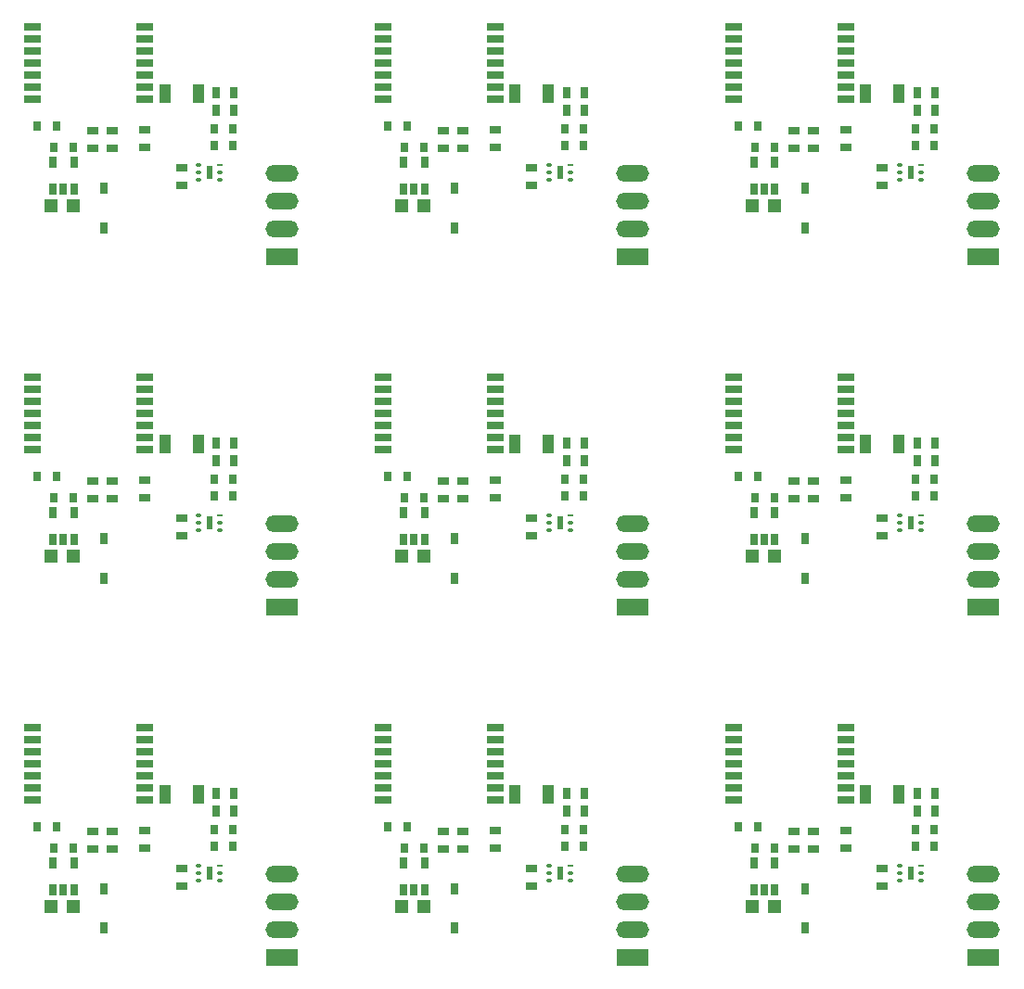
<source format=gbp>
G04*
G04 #@! TF.GenerationSoftware,Altium Limited,Altium Designer,23.2.1 (34)*
G04*
G04 Layer_Color=128*
%FSAX44Y44*%
%MOMM*%
G71*
G04*
G04 #@! TF.SameCoordinates,AAD7112A-FC18-4F3B-BB33-003CACF6D59D*
G04*
G04*
G04 #@! TF.FilePolarity,Positive*
G04*
G01*
G75*
%ADD21R,1.1430X1.2700*%
%ADD22R,0.8000X1.0000*%
%ADD23R,0.8000X0.9650*%
%ADD24R,0.8000X1.1000*%
%ADD25R,1.1000X0.8000*%
%ADD26R,1.5000X0.7000*%
%ADD27R,3.0000X1.5000*%
%ADD28O,3.0000X1.5000*%
%ADD29R,0.6500X1.1000*%
%ADD30R,1.0160X1.7780*%
%ADD32R,0.5561X0.2925*%
G04:AMPARAMS|DCode=33|XSize=0.5561mm|YSize=0.2925mm|CornerRadius=0.1462mm|HoleSize=0mm|Usage=FLASHONLY|Rotation=180.000|XOffset=0mm|YOffset=0mm|HoleType=Round|Shape=RoundedRectangle|*
%AMROUNDEDRECTD33*
21,1,0.5561,0.0000,0,0,180.0*
21,1,0.2636,0.2925,0,0,180.0*
1,1,0.2925,-0.1318,0.0000*
1,1,0.2925,0.1318,0.0000*
1,1,0.2925,0.1318,0.0000*
1,1,0.2925,-0.1318,0.0000*
%
%ADD33ROUNDEDRECTD33*%
%ADD55R,0.6154X1.2154*%
D21*
X00062185Y00096931D02*
D03*
X00082185D02*
D03*
X00382186D02*
D03*
X00402186D02*
D03*
X00702186D02*
D03*
X00722186D02*
D03*
X00062185Y00416931D02*
D03*
X00082185D02*
D03*
X00382186D02*
D03*
X00402186D02*
D03*
X00702186D02*
D03*
X00722186D02*
D03*
X00062185Y00736931D02*
D03*
X00082185D02*
D03*
X00382186D02*
D03*
X00402186D02*
D03*
X00702186D02*
D03*
X00722186D02*
D03*
D22*
X00110510Y00076775D02*
D03*
Y00112775D02*
D03*
X00430510Y00076775D02*
D03*
Y00112775D02*
D03*
X00750511Y00076775D02*
D03*
Y00112775D02*
D03*
X00110510Y00396776D02*
D03*
Y00432776D02*
D03*
X00430510Y00396776D02*
D03*
Y00432776D02*
D03*
X00750511Y00396776D02*
D03*
Y00432776D02*
D03*
X00110510Y00716776D02*
D03*
Y00752776D02*
D03*
X00430510Y00716776D02*
D03*
Y00752776D02*
D03*
X00750511Y00716776D02*
D03*
Y00752776D02*
D03*
D23*
X00210996Y00151387D02*
D03*
X00228496D02*
D03*
X00064705Y00150271D02*
D03*
X00082205Y00150271D02*
D03*
X00049690Y00169705D02*
D03*
X00067190D02*
D03*
X00228480Y00167166D02*
D03*
X00210980D02*
D03*
X00530997Y00151387D02*
D03*
X00548497D02*
D03*
X00384706Y00150271D02*
D03*
X00402206Y00150271D02*
D03*
X00369691Y00169705D02*
D03*
X00387191D02*
D03*
X00548480Y00167166D02*
D03*
X00530980D02*
D03*
X00850997Y00151387D02*
D03*
X00868497D02*
D03*
X00704706Y00150271D02*
D03*
X00722206Y00150271D02*
D03*
X00689691Y00169705D02*
D03*
X00707191D02*
D03*
X00868481Y00167166D02*
D03*
X00850981D02*
D03*
X00210996Y00471387D02*
D03*
X00228496D02*
D03*
X00064705Y00470271D02*
D03*
X00082205Y00470271D02*
D03*
X00049690Y00489706D02*
D03*
X00067190D02*
D03*
X00228480Y00487166D02*
D03*
X00210980D02*
D03*
X00530997Y00471387D02*
D03*
X00548497D02*
D03*
X00384706Y00470271D02*
D03*
X00402206Y00470271D02*
D03*
X00369691Y00489706D02*
D03*
X00387191D02*
D03*
X00548480Y00487166D02*
D03*
X00530980D02*
D03*
X00850997Y00471387D02*
D03*
X00868497D02*
D03*
X00704706Y00470271D02*
D03*
X00722206Y00470271D02*
D03*
X00689691Y00489706D02*
D03*
X00707191D02*
D03*
X00868481Y00487166D02*
D03*
X00850981D02*
D03*
X00210996Y00791387D02*
D03*
X00228496D02*
D03*
X00064705Y00790271D02*
D03*
X00082205Y00790271D02*
D03*
X00049690Y00809706D02*
D03*
X00067190D02*
D03*
X00228480Y00807166D02*
D03*
X00210980D02*
D03*
X00530997Y00791387D02*
D03*
X00548497D02*
D03*
X00384706Y00790271D02*
D03*
X00402206Y00790271D02*
D03*
X00369691Y00809706D02*
D03*
X00387191D02*
D03*
X00548480Y00807166D02*
D03*
X00530980D02*
D03*
X00850997Y00791387D02*
D03*
X00868497D02*
D03*
X00704706Y00790271D02*
D03*
X00722206Y00790271D02*
D03*
X00689691Y00809706D02*
D03*
X00707191D02*
D03*
X00868481Y00807166D02*
D03*
X00850981D02*
D03*
D24*
X00229000Y00183675D02*
D03*
X00213000D02*
D03*
X00229051Y00199785D02*
D03*
X00213051D02*
D03*
X00549001Y00183675D02*
D03*
X00533000D02*
D03*
X00549051Y00199785D02*
D03*
X00533051D02*
D03*
X00869001Y00183675D02*
D03*
X00853001D02*
D03*
X00869051Y00199785D02*
D03*
X00853051D02*
D03*
X00229000Y00503676D02*
D03*
X00213000D02*
D03*
X00229051Y00519785D02*
D03*
X00213051D02*
D03*
X00549001Y00503676D02*
D03*
X00533000D02*
D03*
X00549051Y00519785D02*
D03*
X00533051D02*
D03*
X00869001Y00503676D02*
D03*
X00853001D02*
D03*
X00869051Y00519785D02*
D03*
X00853051D02*
D03*
X00229000Y00823676D02*
D03*
X00213000D02*
D03*
X00229051Y00839785D02*
D03*
X00213051D02*
D03*
X00549001Y00823676D02*
D03*
X00533000D02*
D03*
X00549051Y00839785D02*
D03*
X00533051D02*
D03*
X00869001Y00823676D02*
D03*
X00853001D02*
D03*
X00869051Y00839785D02*
D03*
X00853051D02*
D03*
D25*
X00147340Y00166276D02*
D03*
Y00150275D02*
D03*
X00100350Y00149005D02*
D03*
Y00165005D02*
D03*
X00118130Y00149005D02*
D03*
Y00165005D02*
D03*
X00181110Y00115048D02*
D03*
Y00131048D02*
D03*
X00467341Y00166276D02*
D03*
Y00150275D02*
D03*
X00420350Y00149005D02*
D03*
Y00165005D02*
D03*
X00438130Y00149005D02*
D03*
Y00165005D02*
D03*
X00501110Y00115048D02*
D03*
Y00131048D02*
D03*
X00787341Y00166276D02*
D03*
Y00150275D02*
D03*
X00740351Y00149005D02*
D03*
Y00165005D02*
D03*
X00758131Y00149005D02*
D03*
Y00165005D02*
D03*
X00821111Y00115048D02*
D03*
Y00131048D02*
D03*
X00147340Y00486276D02*
D03*
Y00470276D02*
D03*
X00100350Y00469006D02*
D03*
Y00485006D02*
D03*
X00118130Y00469006D02*
D03*
Y00485006D02*
D03*
X00181110Y00435048D02*
D03*
Y00451048D02*
D03*
X00467341Y00486276D02*
D03*
Y00470276D02*
D03*
X00420350Y00469006D02*
D03*
Y00485006D02*
D03*
X00438130Y00469006D02*
D03*
Y00485006D02*
D03*
X00501110Y00435048D02*
D03*
Y00451048D02*
D03*
X00787341Y00486276D02*
D03*
Y00470276D02*
D03*
X00740351Y00469006D02*
D03*
Y00485006D02*
D03*
X00758131Y00469006D02*
D03*
Y00485006D02*
D03*
X00821111Y00435048D02*
D03*
Y00451048D02*
D03*
X00147340Y00806276D02*
D03*
Y00790276D02*
D03*
X00100350Y00789006D02*
D03*
Y00805006D02*
D03*
X00118130Y00789006D02*
D03*
Y00805006D02*
D03*
X00181110Y00755048D02*
D03*
Y00771048D02*
D03*
X00467341Y00806276D02*
D03*
Y00790276D02*
D03*
X00420350Y00789006D02*
D03*
Y00805006D02*
D03*
X00438130Y00789006D02*
D03*
Y00805006D02*
D03*
X00501110Y00755048D02*
D03*
Y00771048D02*
D03*
X00787341Y00806276D02*
D03*
Y00790276D02*
D03*
X00740351Y00789006D02*
D03*
Y00805006D02*
D03*
X00758131Y00789006D02*
D03*
Y00805006D02*
D03*
X00821111Y00755048D02*
D03*
Y00771048D02*
D03*
D26*
X00147340Y00259876D02*
D03*
Y00248876D02*
D03*
Y00237875D02*
D03*
Y00226875D02*
D03*
Y00215875D02*
D03*
Y00204876D02*
D03*
Y00193876D02*
D03*
X00045340D02*
D03*
Y00204876D02*
D03*
Y00215875D02*
D03*
Y00226875D02*
D03*
Y00237875D02*
D03*
Y00248876D02*
D03*
Y00259876D02*
D03*
X00467341D02*
D03*
Y00248876D02*
D03*
Y00237875D02*
D03*
Y00226875D02*
D03*
Y00215875D02*
D03*
Y00204876D02*
D03*
Y00193876D02*
D03*
X00365340D02*
D03*
Y00204876D02*
D03*
Y00215875D02*
D03*
Y00226875D02*
D03*
Y00237875D02*
D03*
Y00248876D02*
D03*
Y00259876D02*
D03*
X00787341D02*
D03*
Y00248876D02*
D03*
Y00237875D02*
D03*
Y00226875D02*
D03*
Y00215875D02*
D03*
Y00204876D02*
D03*
Y00193876D02*
D03*
X00685341D02*
D03*
Y00204876D02*
D03*
Y00215875D02*
D03*
Y00226875D02*
D03*
Y00237875D02*
D03*
Y00248876D02*
D03*
Y00259876D02*
D03*
X00147340Y00579876D02*
D03*
Y00568876D02*
D03*
Y00557876D02*
D03*
Y00546876D02*
D03*
Y00535876D02*
D03*
Y00524876D02*
D03*
Y00513876D02*
D03*
X00045340D02*
D03*
Y00524876D02*
D03*
Y00535876D02*
D03*
Y00546876D02*
D03*
Y00557876D02*
D03*
Y00568876D02*
D03*
Y00579876D02*
D03*
X00467341D02*
D03*
Y00568876D02*
D03*
Y00557876D02*
D03*
Y00546876D02*
D03*
Y00535876D02*
D03*
Y00524876D02*
D03*
Y00513876D02*
D03*
X00365340D02*
D03*
Y00524876D02*
D03*
Y00535876D02*
D03*
Y00546876D02*
D03*
Y00557876D02*
D03*
Y00568876D02*
D03*
Y00579876D02*
D03*
X00787341D02*
D03*
Y00568876D02*
D03*
Y00557876D02*
D03*
Y00546876D02*
D03*
Y00535876D02*
D03*
Y00524876D02*
D03*
Y00513876D02*
D03*
X00685341D02*
D03*
Y00524876D02*
D03*
Y00535876D02*
D03*
Y00546876D02*
D03*
Y00557876D02*
D03*
Y00568876D02*
D03*
Y00579876D02*
D03*
X00147340Y00899876D02*
D03*
Y00888876D02*
D03*
Y00877876D02*
D03*
Y00866876D02*
D03*
Y00855876D02*
D03*
Y00844876D02*
D03*
Y00833876D02*
D03*
X00045340D02*
D03*
Y00844876D02*
D03*
Y00855876D02*
D03*
Y00866876D02*
D03*
Y00877876D02*
D03*
Y00888876D02*
D03*
Y00899876D02*
D03*
X00467341D02*
D03*
Y00888876D02*
D03*
Y00877876D02*
D03*
Y00866876D02*
D03*
Y00855876D02*
D03*
Y00844876D02*
D03*
Y00833876D02*
D03*
X00365340D02*
D03*
Y00844876D02*
D03*
Y00855876D02*
D03*
Y00866876D02*
D03*
Y00877876D02*
D03*
Y00888876D02*
D03*
Y00899876D02*
D03*
X00787341D02*
D03*
Y00888876D02*
D03*
Y00877876D02*
D03*
Y00866876D02*
D03*
Y00855876D02*
D03*
Y00844876D02*
D03*
Y00833876D02*
D03*
X00685341D02*
D03*
Y00844876D02*
D03*
Y00855876D02*
D03*
Y00866876D02*
D03*
Y00877876D02*
D03*
Y00888876D02*
D03*
Y00899876D02*
D03*
D27*
X00273070Y00050325D02*
D03*
X00593070D02*
D03*
X00913071D02*
D03*
X00273070Y00370326D02*
D03*
X00593070D02*
D03*
X00913071D02*
D03*
X00273070Y00690326D02*
D03*
X00593070D02*
D03*
X00913071D02*
D03*
D28*
X00273070Y00075725D02*
D03*
Y00101125D02*
D03*
Y00126525D02*
D03*
X00593070Y00075725D02*
D03*
Y00101125D02*
D03*
Y00126525D02*
D03*
X00913071Y00075725D02*
D03*
Y00101125D02*
D03*
Y00126525D02*
D03*
X00273070Y00395726D02*
D03*
Y00421126D02*
D03*
Y00446526D02*
D03*
X00593070Y00395726D02*
D03*
Y00421126D02*
D03*
Y00446526D02*
D03*
X00913071Y00395726D02*
D03*
Y00421126D02*
D03*
Y00446526D02*
D03*
X00273070Y00715726D02*
D03*
Y00741126D02*
D03*
Y00766526D02*
D03*
X00593070Y00715726D02*
D03*
Y00741126D02*
D03*
Y00766526D02*
D03*
X00913071Y00715726D02*
D03*
Y00741126D02*
D03*
Y00766526D02*
D03*
D29*
X00082955Y00136171D02*
D03*
X00063955Y00136170D02*
D03*
Y00112170D02*
D03*
X00073455Y00112170D02*
D03*
X00082955Y00112170D02*
D03*
X00402956Y00136171D02*
D03*
X00383955Y00136170D02*
D03*
Y00112170D02*
D03*
X00393456Y00112170D02*
D03*
X00402956Y00112170D02*
D03*
X00722956Y00136171D02*
D03*
X00703956Y00136170D02*
D03*
Y00112170D02*
D03*
X00713456Y00112170D02*
D03*
X00722956Y00112170D02*
D03*
X00082955Y00456171D02*
D03*
X00063955Y00456171D02*
D03*
Y00432171D02*
D03*
X00073455Y00432171D02*
D03*
X00082955Y00432171D02*
D03*
X00402956Y00456171D02*
D03*
X00383955Y00456171D02*
D03*
Y00432171D02*
D03*
X00393456Y00432171D02*
D03*
X00402956Y00432171D02*
D03*
X00722956Y00456171D02*
D03*
X00703956Y00456171D02*
D03*
Y00432171D02*
D03*
X00713456Y00432171D02*
D03*
X00722956Y00432171D02*
D03*
X00082955Y00776171D02*
D03*
X00063955Y00776171D02*
D03*
Y00752171D02*
D03*
X00073455Y00752171D02*
D03*
X00082955Y00752171D02*
D03*
X00402956Y00776171D02*
D03*
X00383955Y00776171D02*
D03*
Y00752171D02*
D03*
X00393456Y00752171D02*
D03*
X00402956Y00752171D02*
D03*
X00722956Y00776171D02*
D03*
X00703956Y00776171D02*
D03*
Y00752171D02*
D03*
X00713456Y00752171D02*
D03*
X00722956Y00752171D02*
D03*
D30*
X00165870Y00199350D02*
D03*
X00196350D02*
D03*
X00485871D02*
D03*
X00516351D02*
D03*
X00805871D02*
D03*
X00836351D02*
D03*
X00165870Y00519350D02*
D03*
X00196350D02*
D03*
X00485871D02*
D03*
X00516351D02*
D03*
X00805871D02*
D03*
X00836351D02*
D03*
X00165870Y00839350D02*
D03*
X00196350D02*
D03*
X00485871D02*
D03*
X00516351D02*
D03*
X00805871D02*
D03*
X00836351D02*
D03*
D32*
X00216388Y00133585D02*
D03*
X00536389D02*
D03*
X00856389D02*
D03*
X00216388Y00453586D02*
D03*
X00536389D02*
D03*
X00856389D02*
D03*
X00216388Y00773586D02*
D03*
X00536389D02*
D03*
X00856389D02*
D03*
D33*
X00216388Y00127085D02*
D03*
Y00120585D02*
D03*
X00196828D02*
D03*
Y00127085D02*
D03*
Y00133585D02*
D03*
X00536389Y00127085D02*
D03*
Y00120585D02*
D03*
X00516828D02*
D03*
Y00127085D02*
D03*
Y00133585D02*
D03*
X00856389Y00127085D02*
D03*
Y00120585D02*
D03*
X00836829D02*
D03*
Y00127085D02*
D03*
Y00133585D02*
D03*
X00216388Y00447085D02*
D03*
Y00440586D02*
D03*
X00196828D02*
D03*
Y00447085D02*
D03*
Y00453586D02*
D03*
X00536389Y00447085D02*
D03*
Y00440586D02*
D03*
X00516828D02*
D03*
Y00447085D02*
D03*
Y00453586D02*
D03*
X00856389Y00447085D02*
D03*
Y00440586D02*
D03*
X00836829D02*
D03*
Y00447085D02*
D03*
Y00453586D02*
D03*
X00216388Y00767086D02*
D03*
Y00760586D02*
D03*
X00196828D02*
D03*
Y00767086D02*
D03*
Y00773586D02*
D03*
X00536389Y00767086D02*
D03*
Y00760586D02*
D03*
X00516828D02*
D03*
Y00767086D02*
D03*
Y00773586D02*
D03*
X00856389Y00767086D02*
D03*
Y00760586D02*
D03*
X00836829D02*
D03*
Y00767086D02*
D03*
Y00773586D02*
D03*
D55*
X00206608Y00127085D02*
D03*
X00526609D02*
D03*
X00846609D02*
D03*
X00206608Y00447085D02*
D03*
X00526609D02*
D03*
X00846609D02*
D03*
X00206608Y00767086D02*
D03*
X00526609D02*
D03*
X00846609D02*
D03*
M02*

</source>
